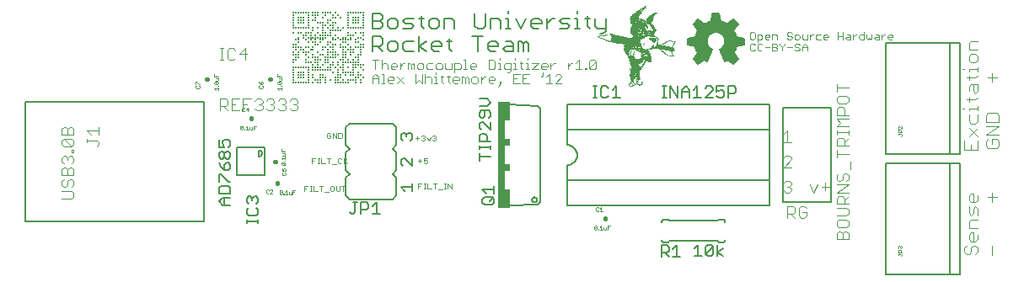
<source format=gto>
G75*
G70*
%OFA0B0*%
%FSLAX24Y24*%
%IPPOS*%
%LPD*%
%AMOC8*
5,1,8,0,0,1.08239X$1,22.5*
%
%ADD10C,0.0020*%
%ADD11C,0.0050*%
%ADD12C,0.0030*%
%ADD13R,0.0098X0.0098*%
%ADD14R,0.0060X0.0020*%
%ADD15R,0.0020X0.0020*%
%ADD16R,0.0100X0.0020*%
%ADD17R,0.0040X0.0020*%
%ADD18R,0.0080X0.0020*%
%ADD19R,0.0120X0.0020*%
%ADD20R,0.0140X0.0020*%
%ADD21R,0.0200X0.0020*%
%ADD22R,0.0160X0.0020*%
%ADD23R,0.0180X0.0020*%
%ADD24R,0.0220X0.0020*%
%ADD25R,0.0360X0.0020*%
%ADD26R,0.0340X0.0020*%
%ADD27R,0.0320X0.0020*%
%ADD28R,0.0420X0.0020*%
%ADD29R,0.0440X0.0020*%
%ADD30R,0.0400X0.0020*%
%ADD31R,0.0380X0.0020*%
%ADD32R,0.0300X0.0020*%
%ADD33R,0.0460X0.0020*%
%ADD34R,0.0480X0.0020*%
%ADD35R,0.0520X0.0020*%
%ADD36R,0.0540X0.0020*%
%ADD37R,0.0260X0.0020*%
%ADD38R,0.0580X0.0020*%
%ADD39R,0.0800X0.0020*%
%ADD40R,0.0280X0.0020*%
%ADD41R,0.0240X0.0020*%
%ADD42R,0.0500X0.0020*%
%ADD43R,0.0620X0.0020*%
%ADD44R,0.0760X0.0020*%
%ADD45R,0.0840X0.0020*%
%ADD46R,0.0780X0.0020*%
%ADD47R,0.0680X0.0020*%
%ADD48R,0.0660X0.0020*%
%ADD49R,0.0880X0.0020*%
%ADD50R,0.1080X0.0020*%
%ADD51R,0.1180X0.0020*%
%ADD52R,0.1240X0.0020*%
%ADD53R,0.1200X0.0020*%
%ADD54R,0.1100X0.0020*%
%ADD55R,0.1060X0.0020*%
%ADD56R,0.1040X0.0020*%
%ADD57R,0.1020X0.0020*%
%ADD58R,0.0700X0.0020*%
%ADD59R,0.0600X0.0020*%
%ADD60R,0.0560X0.0020*%
%ADD61C,0.0040*%
%ADD62C,0.0060*%
%ADD63C,0.0080*%
%ADD64C,0.0010*%
%ADD65C,0.0160*%
%ADD66R,0.0300X0.4200*%
%ADD67R,0.0200X0.0750*%
%ADD68R,0.0200X0.0300*%
D10*
X011191Y005091D02*
X011191Y005312D01*
X011338Y005312D01*
X011412Y005312D02*
X011485Y005312D01*
X011448Y005312D02*
X011448Y005091D01*
X011412Y005091D02*
X011485Y005091D01*
X011559Y005091D02*
X011706Y005091D01*
X011559Y005091D02*
X011559Y005312D01*
X011780Y005312D02*
X011927Y005312D01*
X011853Y005312D02*
X011853Y005091D01*
X012001Y005055D02*
X012148Y005055D01*
X012222Y005128D02*
X012222Y005275D01*
X012259Y005312D01*
X012332Y005312D01*
X012369Y005275D01*
X012369Y005128D01*
X012332Y005091D01*
X012259Y005091D01*
X012222Y005128D01*
X012443Y005128D02*
X012480Y005091D01*
X012553Y005091D01*
X012590Y005128D01*
X012590Y005312D01*
X012664Y005312D02*
X012811Y005312D01*
X012737Y005312D02*
X012737Y005091D01*
X012443Y005128D02*
X012443Y005312D01*
X011264Y005201D02*
X011191Y005201D01*
X012301Y006155D02*
X012448Y006155D01*
X012522Y006228D02*
X012559Y006191D01*
X012632Y006191D01*
X012669Y006228D01*
X012743Y006191D02*
X012743Y006412D01*
X012669Y006375D02*
X012632Y006412D01*
X012559Y006412D01*
X012522Y006375D01*
X012522Y006228D01*
X012743Y006265D02*
X012890Y006412D01*
X012780Y006301D02*
X012890Y006191D01*
X012227Y006412D02*
X012080Y006412D01*
X012153Y006412D02*
X012153Y006191D01*
X012006Y006191D02*
X011859Y006191D01*
X011859Y006412D01*
X011785Y006412D02*
X011712Y006412D01*
X011748Y006412D02*
X011748Y006191D01*
X011712Y006191D02*
X011785Y006191D01*
X011564Y006301D02*
X011491Y006301D01*
X011491Y006191D02*
X011491Y006412D01*
X011638Y006412D01*
X012127Y007191D02*
X012201Y007191D01*
X012238Y007228D01*
X012238Y007301D01*
X012164Y007301D01*
X012091Y007228D02*
X012127Y007191D01*
X012091Y007228D02*
X012091Y007375D01*
X012127Y007412D01*
X012201Y007412D01*
X012238Y007375D01*
X012312Y007412D02*
X012459Y007191D01*
X012459Y007412D01*
X012533Y007412D02*
X012643Y007412D01*
X012680Y007375D01*
X012680Y007228D01*
X012643Y007191D01*
X012533Y007191D01*
X012533Y007412D01*
X012312Y007412D02*
X012312Y007191D01*
X015591Y007201D02*
X015738Y007201D01*
X015812Y007128D02*
X015848Y007091D01*
X015922Y007091D01*
X015959Y007128D01*
X015959Y007165D01*
X015922Y007201D01*
X015885Y007201D01*
X015922Y007201D02*
X015959Y007238D01*
X015959Y007275D01*
X015922Y007312D01*
X015848Y007312D01*
X015812Y007275D01*
X015664Y007275D02*
X015664Y007128D01*
X016033Y007238D02*
X016106Y007091D01*
X016180Y007238D01*
X016254Y007275D02*
X016290Y007312D01*
X016364Y007312D01*
X016401Y007275D01*
X016401Y007238D01*
X016364Y007201D01*
X016401Y007165D01*
X016401Y007128D01*
X016364Y007091D01*
X016290Y007091D01*
X016254Y007128D01*
X016327Y007201D02*
X016364Y007201D01*
X016059Y006412D02*
X015912Y006412D01*
X015912Y006301D01*
X015985Y006338D01*
X016022Y006338D01*
X016059Y006301D01*
X016059Y006228D01*
X016022Y006191D01*
X015948Y006191D01*
X015912Y006228D01*
X015838Y006301D02*
X015691Y006301D01*
X015764Y006375D02*
X015764Y006228D01*
X015691Y005412D02*
X015838Y005412D01*
X015912Y005412D02*
X015985Y005412D01*
X015948Y005412D02*
X015948Y005191D01*
X015912Y005191D02*
X015985Y005191D01*
X016059Y005191D02*
X016206Y005191D01*
X016059Y005191D02*
X016059Y005412D01*
X016280Y005412D02*
X016427Y005412D01*
X016353Y005412D02*
X016353Y005191D01*
X016501Y005155D02*
X016648Y005155D01*
X016722Y005191D02*
X016795Y005191D01*
X016759Y005191D02*
X016759Y005412D01*
X016795Y005412D02*
X016722Y005412D01*
X016869Y005412D02*
X017016Y005191D01*
X017016Y005412D01*
X016869Y005412D02*
X016869Y005191D01*
X015764Y005301D02*
X015691Y005301D01*
X015691Y005191D02*
X015691Y005412D01*
D11*
X008905Y003979D02*
X008905Y003829D01*
X008905Y003904D02*
X009356Y003904D01*
X009356Y003829D02*
X009356Y003979D01*
X009281Y004136D02*
X009356Y004211D01*
X009356Y004361D01*
X009281Y004436D01*
X009281Y004596D02*
X009356Y004671D01*
X009356Y004821D01*
X009281Y004896D01*
X009206Y004896D01*
X009131Y004821D01*
X009131Y004746D01*
X009131Y004821D02*
X009056Y004896D01*
X008980Y004896D01*
X008905Y004821D01*
X008905Y004671D01*
X008980Y004596D01*
X008980Y004436D02*
X008905Y004361D01*
X008905Y004211D01*
X008980Y004136D01*
X009281Y004136D01*
X008256Y004544D02*
X007956Y004544D01*
X007805Y004694D01*
X007956Y004844D01*
X008256Y004844D01*
X008256Y005004D02*
X007805Y005004D01*
X007805Y005230D01*
X007880Y005305D01*
X008181Y005305D01*
X008256Y005230D01*
X008256Y005004D01*
X008031Y004844D02*
X008031Y004544D01*
X007230Y003919D02*
X000144Y003919D01*
X000144Y008644D01*
X007230Y008644D01*
X007230Y003919D01*
X007805Y005465D02*
X007805Y005765D01*
X007880Y005765D01*
X008181Y005465D01*
X008256Y005465D01*
X008181Y005925D02*
X008031Y005925D01*
X008031Y006150D01*
X008106Y006225D01*
X008181Y006225D01*
X008256Y006150D01*
X008256Y006000D01*
X008181Y005925D01*
X008031Y005925D02*
X007880Y006075D01*
X007805Y006225D01*
X007880Y006386D02*
X007956Y006386D01*
X008031Y006461D01*
X008031Y006611D01*
X008106Y006686D01*
X008181Y006686D01*
X008256Y006611D01*
X008256Y006461D01*
X008181Y006386D01*
X008106Y006386D01*
X008031Y006461D01*
X008031Y006611D02*
X007956Y006686D01*
X007880Y006686D01*
X007805Y006611D01*
X007805Y006461D01*
X007880Y006386D01*
X007805Y006846D02*
X008031Y006846D01*
X007956Y006996D01*
X007956Y007071D01*
X008031Y007146D01*
X008181Y007146D01*
X008256Y007071D01*
X008256Y006921D01*
X008181Y006846D01*
X007805Y006846D02*
X007805Y007146D01*
X015005Y007181D02*
X015005Y007332D01*
X015080Y007407D01*
X015156Y007407D01*
X015231Y007332D01*
X015306Y007407D01*
X015381Y007407D01*
X015456Y007332D01*
X015456Y007181D01*
X015381Y007106D01*
X015231Y007257D02*
X015231Y007332D01*
X015080Y007106D02*
X015005Y007181D01*
X015080Y006407D02*
X015005Y006332D01*
X015005Y006181D01*
X015080Y006106D01*
X015156Y006407D02*
X015456Y006106D01*
X015456Y006407D01*
X015156Y006407D02*
X015080Y006407D01*
X015456Y005407D02*
X015456Y005106D01*
X015456Y005257D02*
X015005Y005257D01*
X015156Y005106D01*
X014045Y004657D02*
X014045Y004206D01*
X013895Y004206D02*
X014196Y004206D01*
X013735Y004432D02*
X013660Y004357D01*
X013435Y004357D01*
X013435Y004206D02*
X013435Y004657D01*
X013660Y004657D01*
X013735Y004582D01*
X013735Y004432D01*
X013895Y004507D02*
X014045Y004657D01*
X013275Y004657D02*
X013125Y004657D01*
X013200Y004657D02*
X013200Y004281D01*
X013125Y004206D01*
X013050Y004206D01*
X012975Y004281D01*
X018235Y004631D02*
X018235Y004782D01*
X018310Y004857D01*
X018611Y004857D01*
X018686Y004782D01*
X018686Y004631D01*
X018611Y004556D01*
X018310Y004556D01*
X018235Y004631D01*
X018536Y004707D02*
X018686Y004857D01*
X018686Y005017D02*
X018686Y005317D01*
X018686Y005167D02*
X018235Y005167D01*
X018386Y005017D01*
X019281Y004531D02*
X020431Y004581D01*
X020531Y004681D01*
X020531Y008381D01*
X020431Y008481D01*
X019281Y008531D01*
X018556Y008605D02*
X018406Y008755D01*
X018105Y008755D01*
X018406Y008455D02*
X018556Y008605D01*
X018406Y008455D02*
X018105Y008455D01*
X018180Y008295D02*
X018105Y008220D01*
X018105Y008069D01*
X018180Y007994D01*
X018256Y007994D01*
X018331Y008069D01*
X018331Y008295D01*
X018481Y008295D02*
X018180Y008295D01*
X018481Y008295D02*
X018556Y008220D01*
X018556Y008069D01*
X018481Y007994D01*
X018556Y007834D02*
X018556Y007534D01*
X018256Y007834D01*
X018180Y007834D01*
X018105Y007759D01*
X018105Y007609D01*
X018180Y007534D01*
X018180Y007374D02*
X018331Y007374D01*
X018406Y007299D01*
X018406Y007074D01*
X018556Y007074D02*
X018105Y007074D01*
X018105Y007299D01*
X018180Y007374D01*
X018105Y006917D02*
X018105Y006767D01*
X018105Y006842D02*
X018556Y006842D01*
X018556Y006767D02*
X018556Y006917D01*
X018105Y006607D02*
X018105Y006306D01*
X018105Y006457D02*
X018556Y006457D01*
X020191Y004761D02*
X020193Y004781D01*
X020199Y004799D01*
X020208Y004817D01*
X020220Y004832D01*
X020235Y004844D01*
X020253Y004853D01*
X020271Y004859D01*
X020291Y004861D01*
X020311Y004859D01*
X020329Y004853D01*
X020347Y004844D01*
X020362Y004832D01*
X020374Y004817D01*
X020383Y004799D01*
X020389Y004781D01*
X020391Y004761D01*
X020389Y004741D01*
X020383Y004723D01*
X020374Y004705D01*
X020362Y004690D01*
X020347Y004678D01*
X020329Y004669D01*
X020311Y004663D01*
X020291Y004661D01*
X020271Y004663D01*
X020253Y004669D01*
X020235Y004678D01*
X020220Y004690D01*
X020208Y004705D01*
X020199Y004723D01*
X020193Y004741D01*
X020191Y004761D01*
X025306Y002957D02*
X025531Y002957D01*
X025606Y002882D01*
X025606Y002732D01*
X025531Y002657D01*
X025306Y002657D01*
X025456Y002657D02*
X025606Y002506D01*
X025766Y002506D02*
X026066Y002506D01*
X025916Y002506D02*
X025916Y002957D01*
X025766Y002807D01*
X025306Y002957D02*
X025306Y002506D01*
X026606Y002536D02*
X026906Y002536D01*
X026756Y002536D02*
X026756Y002987D01*
X026606Y002837D01*
X027066Y002912D02*
X027141Y002987D01*
X027291Y002987D01*
X027366Y002912D01*
X027066Y002611D01*
X027141Y002536D01*
X027291Y002536D01*
X027366Y002611D01*
X027366Y002912D01*
X027526Y002987D02*
X027526Y002536D01*
X027526Y002687D02*
X027752Y002837D01*
X027526Y002687D02*
X027752Y002536D01*
X027066Y002611D02*
X027066Y002912D01*
X030131Y004656D02*
X032031Y004656D01*
X032031Y008406D01*
X030131Y008406D01*
X030131Y004656D01*
X027964Y008806D02*
X027964Y009257D01*
X028190Y009257D01*
X028265Y009182D01*
X028265Y009032D01*
X028190Y008957D01*
X027964Y008957D01*
X027804Y009032D02*
X027804Y008881D01*
X027729Y008806D01*
X027579Y008806D01*
X027504Y008881D01*
X027504Y009032D02*
X027654Y009107D01*
X027729Y009107D01*
X027804Y009032D01*
X027804Y009257D02*
X027504Y009257D01*
X027504Y009032D01*
X027344Y009107D02*
X027344Y009182D01*
X027269Y009257D01*
X027119Y009257D01*
X027044Y009182D01*
X027344Y009107D02*
X027044Y008806D01*
X027344Y008806D01*
X026884Y008806D02*
X026583Y008806D01*
X026734Y008806D02*
X026734Y009257D01*
X026583Y009107D01*
X026423Y009107D02*
X026423Y008806D01*
X026123Y008806D02*
X026123Y009107D01*
X026273Y009257D01*
X026423Y009107D01*
X026423Y009032D02*
X026123Y009032D01*
X025963Y008806D02*
X025963Y009257D01*
X025663Y009257D02*
X025963Y008806D01*
X025663Y008806D02*
X025663Y009257D01*
X025506Y009257D02*
X025356Y009257D01*
X025431Y009257D02*
X025431Y008806D01*
X025356Y008806D02*
X025506Y008806D01*
X023673Y008806D02*
X023373Y008806D01*
X023523Y008806D02*
X023523Y009257D01*
X023373Y009107D01*
X023213Y009182D02*
X023138Y009257D01*
X022988Y009257D01*
X022913Y009182D01*
X022913Y008881D01*
X022988Y008806D01*
X023138Y008806D01*
X023213Y008881D01*
X022756Y008806D02*
X022606Y008806D01*
X022681Y008806D02*
X022681Y009257D01*
X022606Y009257D02*
X022756Y009257D01*
X020066Y010636D02*
X020066Y010942D01*
X019964Y011043D01*
X019863Y010942D01*
X019863Y010636D01*
X019659Y010636D02*
X019659Y011043D01*
X019761Y011043D01*
X019863Y010942D01*
X019458Y010942D02*
X019458Y010636D01*
X019153Y010636D01*
X019051Y010738D01*
X019153Y010840D01*
X019458Y010840D01*
X019458Y010942D02*
X019357Y011043D01*
X019153Y011043D01*
X018851Y010942D02*
X018851Y010840D01*
X018444Y010840D01*
X018444Y010738D02*
X018444Y010942D01*
X018545Y011043D01*
X018749Y011043D01*
X018851Y010942D01*
X018545Y010636D02*
X018444Y010738D01*
X018545Y010636D02*
X018749Y010636D01*
X018039Y010636D02*
X018039Y011247D01*
X017836Y011247D02*
X018243Y011247D01*
X018242Y011536D02*
X018344Y011638D01*
X018344Y012147D01*
X017937Y012147D02*
X017937Y011638D01*
X018039Y011536D01*
X018242Y011536D01*
X018545Y011536D02*
X018545Y011943D01*
X018850Y011943D01*
X018952Y011842D01*
X018952Y011536D01*
X019153Y011536D02*
X019356Y011536D01*
X019254Y011536D02*
X019254Y011943D01*
X019153Y011943D01*
X019558Y011943D02*
X019761Y011536D01*
X019965Y011943D01*
X020165Y011842D02*
X020267Y011943D01*
X020471Y011943D01*
X020572Y011842D01*
X020572Y011740D01*
X020165Y011740D01*
X020165Y011638D02*
X020165Y011842D01*
X020165Y011638D02*
X020267Y011536D01*
X020471Y011536D01*
X020773Y011536D02*
X020773Y011943D01*
X020773Y011740D02*
X020977Y011943D01*
X021078Y011943D01*
X021280Y011842D02*
X021381Y011740D01*
X021585Y011740D01*
X021687Y011638D01*
X021585Y011536D01*
X021280Y011536D01*
X021887Y011536D02*
X022091Y011536D01*
X021989Y011536D02*
X021989Y011943D01*
X021887Y011943D01*
X021687Y011943D02*
X021381Y011943D01*
X021280Y011842D01*
X021989Y012147D02*
X021989Y012249D01*
X022394Y012045D02*
X022394Y011638D01*
X022496Y011536D01*
X022698Y011638D02*
X022799Y011536D01*
X023105Y011536D01*
X023105Y011435D02*
X023003Y011333D01*
X022901Y011333D01*
X023105Y011435D02*
X023105Y011943D01*
X022698Y011943D02*
X022698Y011638D01*
X022496Y011943D02*
X022292Y011943D01*
X019254Y012147D02*
X019254Y012249D01*
X017129Y011842D02*
X017129Y011536D01*
X016722Y011536D02*
X016722Y011943D01*
X017027Y011943D01*
X017129Y011842D01*
X016521Y011842D02*
X016521Y011638D01*
X016419Y011536D01*
X016216Y011536D01*
X016114Y011638D01*
X016114Y011842D01*
X016216Y011943D01*
X016419Y011943D01*
X016521Y011842D01*
X015912Y011943D02*
X015709Y011943D01*
X015811Y012045D02*
X015811Y011638D01*
X015912Y011536D01*
X015508Y011638D02*
X015406Y011740D01*
X015203Y011740D01*
X015101Y011842D01*
X015203Y011943D01*
X015508Y011943D01*
X015508Y011638D02*
X015406Y011536D01*
X015101Y011536D01*
X014901Y011638D02*
X014901Y011842D01*
X014799Y011943D01*
X014595Y011943D01*
X014494Y011842D01*
X014494Y011638D01*
X014595Y011536D01*
X014799Y011536D01*
X014901Y011638D01*
X014293Y011638D02*
X014293Y011740D01*
X014191Y011842D01*
X013886Y011842D01*
X014191Y011842D02*
X014293Y011943D01*
X014293Y012045D01*
X014191Y012147D01*
X013886Y012147D01*
X013886Y011536D01*
X014191Y011536D01*
X014293Y011638D01*
X014191Y011247D02*
X014293Y011145D01*
X014293Y010942D01*
X014191Y010840D01*
X013886Y010840D01*
X014089Y010840D02*
X014293Y010636D01*
X014494Y010738D02*
X014595Y010636D01*
X014799Y010636D01*
X014901Y010738D01*
X014901Y010942D01*
X014799Y011043D01*
X014595Y011043D01*
X014494Y010942D01*
X014494Y010738D01*
X013886Y010636D02*
X013886Y011247D01*
X014191Y011247D01*
X015101Y010942D02*
X015101Y010738D01*
X015203Y010636D01*
X015508Y010636D01*
X015709Y010636D02*
X015709Y011247D01*
X015508Y011043D02*
X015203Y011043D01*
X015101Y010942D01*
X015709Y010840D02*
X016014Y011043D01*
X016215Y010942D02*
X016317Y011043D01*
X016521Y011043D01*
X016622Y010942D01*
X016622Y010840D01*
X016215Y010840D01*
X016215Y010738D02*
X016215Y010942D01*
X016014Y010636D02*
X015709Y010840D01*
X016215Y010738D02*
X016317Y010636D01*
X016521Y010636D01*
X016925Y010738D02*
X017027Y010636D01*
X016925Y010738D02*
X016925Y011145D01*
X016823Y011043D02*
X017027Y011043D01*
D12*
X017497Y010297D02*
X017559Y010297D01*
X017559Y009926D01*
X017497Y009926D02*
X017621Y009926D01*
X017743Y009988D02*
X017743Y010112D01*
X017805Y010173D01*
X017928Y010173D01*
X017990Y010112D01*
X017990Y010050D01*
X017743Y010050D01*
X017743Y009988D02*
X017805Y009926D01*
X017928Y009926D01*
X018480Y009926D02*
X018665Y009926D01*
X018726Y009988D01*
X018726Y010235D01*
X018665Y010297D01*
X018480Y010297D01*
X018480Y009926D01*
X018848Y009926D02*
X018971Y009926D01*
X018910Y009926D02*
X018910Y010173D01*
X018848Y010173D01*
X018910Y010297D02*
X018910Y010358D01*
X019093Y010112D02*
X019155Y010173D01*
X019340Y010173D01*
X019340Y009865D01*
X019279Y009803D01*
X019217Y009803D01*
X019155Y009926D02*
X019340Y009926D01*
X019462Y009926D02*
X019585Y009926D01*
X019523Y009926D02*
X019523Y010173D01*
X019462Y010173D01*
X019523Y010297D02*
X019523Y010358D01*
X019707Y010173D02*
X019831Y010173D01*
X019769Y010235D02*
X019769Y009988D01*
X019831Y009926D01*
X019953Y009926D02*
X020076Y009926D01*
X020014Y009926D02*
X020014Y010173D01*
X019953Y010173D01*
X020014Y010297D02*
X020014Y010358D01*
X020198Y010173D02*
X020445Y010173D01*
X020198Y009926D01*
X020445Y009926D01*
X020567Y009988D02*
X020567Y010112D01*
X020628Y010173D01*
X020752Y010173D01*
X020813Y010112D01*
X020813Y010050D01*
X020567Y010050D01*
X020567Y009988D02*
X020628Y009926D01*
X020752Y009926D01*
X020628Y009808D02*
X020628Y009685D01*
X020567Y009623D01*
X020751Y009623D02*
X020874Y009747D01*
X020874Y009376D01*
X020751Y009376D02*
X020998Y009376D01*
X021119Y009376D02*
X021366Y009623D01*
X021366Y009685D01*
X021304Y009747D01*
X021181Y009747D01*
X021119Y009685D01*
X020935Y009926D02*
X020935Y010173D01*
X020935Y010050D02*
X021058Y010173D01*
X021120Y010173D01*
X021610Y010173D02*
X021610Y009926D01*
X021610Y010050D02*
X021733Y010173D01*
X021795Y010173D01*
X021917Y010173D02*
X022040Y010297D01*
X022040Y009926D01*
X021917Y009926D02*
X022164Y009926D01*
X022285Y009926D02*
X022347Y009926D01*
X022347Y009988D01*
X022285Y009988D01*
X022285Y009926D01*
X022469Y009988D02*
X022716Y010235D01*
X022716Y009988D01*
X022655Y009926D01*
X022531Y009926D01*
X022469Y009988D01*
X022469Y010235D01*
X022531Y010297D01*
X022655Y010297D01*
X022716Y010235D01*
X020077Y009747D02*
X019830Y009747D01*
X019830Y009376D01*
X020077Y009376D01*
X019708Y009376D02*
X019462Y009376D01*
X019462Y009747D01*
X019708Y009747D01*
X019830Y009562D02*
X019953Y009562D01*
X019585Y009562D02*
X019462Y009562D01*
X018971Y009438D02*
X018909Y009438D01*
X018909Y009376D01*
X018971Y009376D01*
X018971Y009438D01*
X018971Y009376D02*
X018848Y009253D01*
X018665Y009376D02*
X018541Y009376D01*
X018479Y009438D01*
X018479Y009562D01*
X018541Y009623D01*
X018665Y009623D01*
X018726Y009562D01*
X018726Y009500D01*
X018479Y009500D01*
X018358Y009623D02*
X018296Y009623D01*
X018173Y009500D01*
X018173Y009623D02*
X018173Y009376D01*
X018051Y009438D02*
X017989Y009376D01*
X017866Y009376D01*
X017804Y009438D01*
X017804Y009562D01*
X017866Y009623D01*
X017989Y009623D01*
X018051Y009562D01*
X018051Y009438D01*
X017683Y009376D02*
X017683Y009562D01*
X017621Y009623D01*
X017559Y009562D01*
X017559Y009376D01*
X017436Y009376D02*
X017436Y009623D01*
X017498Y009623D01*
X017559Y009562D01*
X017315Y009562D02*
X017315Y009500D01*
X017068Y009500D01*
X017068Y009438D02*
X017068Y009562D01*
X017129Y009623D01*
X017253Y009623D01*
X017315Y009562D01*
X017129Y009376D02*
X017068Y009438D01*
X017129Y009376D02*
X017253Y009376D01*
X016946Y009376D02*
X016884Y009438D01*
X016884Y009685D01*
X016822Y009623D02*
X016946Y009623D01*
X016700Y009623D02*
X016577Y009623D01*
X016638Y009685D02*
X016638Y009438D01*
X016700Y009376D01*
X016455Y009376D02*
X016331Y009376D01*
X016393Y009376D02*
X016393Y009623D01*
X016331Y009623D01*
X016210Y009562D02*
X016210Y009376D01*
X015963Y009376D02*
X015963Y009747D01*
X015841Y009747D02*
X015841Y009376D01*
X015718Y009500D01*
X015595Y009376D01*
X015595Y009747D01*
X015963Y009562D02*
X016025Y009623D01*
X016148Y009623D01*
X016210Y009562D01*
X016393Y009747D02*
X016393Y009808D01*
X016454Y009926D02*
X016393Y009988D01*
X016393Y010112D01*
X016454Y010173D01*
X016578Y010173D01*
X016639Y010112D01*
X016639Y009988D01*
X016578Y009926D01*
X016454Y009926D01*
X016271Y009926D02*
X016086Y009926D01*
X016024Y009988D01*
X016024Y010112D01*
X016086Y010173D01*
X016271Y010173D01*
X015903Y010112D02*
X015841Y010173D01*
X015718Y010173D01*
X015656Y010112D01*
X015656Y009988D01*
X015718Y009926D01*
X015841Y009926D01*
X015903Y009988D01*
X015903Y010112D01*
X015534Y010112D02*
X015534Y009926D01*
X015411Y009926D02*
X015411Y010112D01*
X015473Y010173D01*
X015534Y010112D01*
X015411Y010112D02*
X015349Y010173D01*
X015288Y010173D01*
X015288Y009926D01*
X014981Y009926D02*
X014981Y010173D01*
X014981Y010050D02*
X015104Y010173D01*
X015166Y010173D01*
X014859Y010112D02*
X014859Y010050D01*
X014612Y010050D01*
X014612Y010112D02*
X014674Y010173D01*
X014798Y010173D01*
X014859Y010112D01*
X014798Y009926D02*
X014674Y009926D01*
X014612Y009988D01*
X014612Y010112D01*
X014491Y010112D02*
X014491Y009926D01*
X014491Y010112D02*
X014429Y010173D01*
X014306Y010173D01*
X014244Y010112D01*
X014244Y010297D02*
X014244Y009926D01*
X013999Y009926D02*
X013999Y010297D01*
X013876Y010297D02*
X014123Y010297D01*
X014244Y009747D02*
X014306Y009747D01*
X014306Y009376D01*
X014244Y009376D02*
X014368Y009376D01*
X014490Y009438D02*
X014551Y009376D01*
X014675Y009376D01*
X014736Y009500D02*
X014490Y009500D01*
X014490Y009438D02*
X014490Y009562D01*
X014551Y009623D01*
X014675Y009623D01*
X014736Y009562D01*
X014736Y009500D01*
X014858Y009623D02*
X015105Y009376D01*
X014858Y009376D02*
X015105Y009623D01*
X014123Y009623D02*
X014123Y009376D01*
X013876Y009376D02*
X013876Y009623D01*
X013999Y009747D01*
X014123Y009623D01*
X014123Y009562D02*
X013876Y009562D01*
X016761Y009988D02*
X016823Y009926D01*
X017008Y009926D01*
X017008Y010173D01*
X017129Y010173D02*
X017314Y010173D01*
X017376Y010112D01*
X017376Y009988D01*
X017314Y009926D01*
X017129Y009926D01*
X017129Y009803D02*
X017129Y010173D01*
X016761Y010173D02*
X016761Y009988D01*
X019093Y009988D02*
X019155Y009926D01*
X019093Y009988D02*
X019093Y010112D01*
X021119Y009376D02*
X021366Y009376D01*
X028816Y010705D02*
X028864Y010656D01*
X028961Y010656D01*
X029009Y010705D01*
X029110Y010705D02*
X029159Y010656D01*
X029256Y010656D01*
X029304Y010705D01*
X029405Y010802D02*
X029599Y010802D01*
X029700Y010802D02*
X029845Y010802D01*
X029893Y010753D01*
X029893Y010705D01*
X029845Y010656D01*
X029700Y010656D01*
X029700Y010947D01*
X029845Y010947D01*
X029893Y010898D01*
X029893Y010850D01*
X029845Y010802D01*
X029994Y010898D02*
X030091Y010802D01*
X030091Y010656D01*
X030091Y010802D02*
X030188Y010898D01*
X030188Y010947D01*
X029994Y010947D02*
X029994Y010898D01*
X030289Y010802D02*
X030482Y010802D01*
X030584Y010850D02*
X030632Y010802D01*
X030729Y010802D01*
X030777Y010753D01*
X030777Y010705D01*
X030729Y010656D01*
X030632Y010656D01*
X030584Y010705D01*
X030584Y010850D02*
X030584Y010898D01*
X030632Y010947D01*
X030729Y010947D01*
X030777Y010898D01*
X030878Y010850D02*
X030975Y010947D01*
X031072Y010850D01*
X031072Y010656D01*
X031072Y010802D02*
X030878Y010802D01*
X030878Y010850D02*
X030878Y010656D01*
X030927Y011106D02*
X031072Y011106D01*
X031072Y011300D01*
X031173Y011300D02*
X031173Y011106D01*
X031173Y011203D02*
X031270Y011300D01*
X031318Y011300D01*
X031418Y011252D02*
X031418Y011155D01*
X031467Y011106D01*
X031612Y011106D01*
X031713Y011155D02*
X031713Y011252D01*
X031761Y011300D01*
X031858Y011300D01*
X031907Y011252D01*
X031907Y011203D01*
X031713Y011203D01*
X031713Y011155D02*
X031761Y011106D01*
X031858Y011106D01*
X031612Y011300D02*
X031467Y011300D01*
X031418Y011252D01*
X030927Y011106D02*
X030878Y011155D01*
X030878Y011300D01*
X030777Y011252D02*
X030777Y011155D01*
X030729Y011106D01*
X030632Y011106D01*
X030584Y011155D01*
X030584Y011252D01*
X030632Y011300D01*
X030729Y011300D01*
X030777Y011252D01*
X030482Y011203D02*
X030482Y011155D01*
X030434Y011106D01*
X030337Y011106D01*
X030289Y011155D01*
X030337Y011252D02*
X030434Y011252D01*
X030482Y011203D01*
X030482Y011348D02*
X030434Y011397D01*
X030337Y011397D01*
X030289Y011348D01*
X030289Y011300D01*
X030337Y011252D01*
X029893Y011252D02*
X029893Y011106D01*
X029893Y011252D02*
X029845Y011300D01*
X029700Y011300D01*
X029700Y011106D01*
X029599Y011203D02*
X029405Y011203D01*
X029405Y011155D02*
X029405Y011252D01*
X029453Y011300D01*
X029550Y011300D01*
X029599Y011252D01*
X029599Y011203D01*
X029550Y011106D02*
X029453Y011106D01*
X029405Y011155D01*
X029304Y011155D02*
X029256Y011106D01*
X029110Y011106D01*
X029110Y011010D02*
X029110Y011300D01*
X029256Y011300D01*
X029304Y011252D01*
X029304Y011155D01*
X029256Y010947D02*
X029159Y010947D01*
X029110Y010898D01*
X029110Y010705D01*
X029009Y010898D02*
X028961Y010947D01*
X028864Y010947D01*
X028816Y010898D01*
X028816Y010705D01*
X029256Y010947D02*
X029304Y010898D01*
X029009Y011155D02*
X029009Y011348D01*
X028961Y011397D01*
X028864Y011397D01*
X028816Y011348D01*
X028816Y011155D01*
X028864Y011106D01*
X028961Y011106D01*
X029009Y011155D01*
X032302Y011106D02*
X032302Y011397D01*
X032302Y011252D02*
X032496Y011252D01*
X032597Y011155D02*
X032645Y011203D01*
X032791Y011203D01*
X032791Y011252D02*
X032791Y011106D01*
X032645Y011106D01*
X032597Y011155D01*
X032496Y011106D02*
X032496Y011397D01*
X032645Y011300D02*
X032742Y011300D01*
X032791Y011252D01*
X032892Y011300D02*
X032892Y011106D01*
X032892Y011203D02*
X032988Y011300D01*
X033037Y011300D01*
X033137Y011252D02*
X033186Y011300D01*
X033331Y011300D01*
X033331Y011397D02*
X033331Y011106D01*
X033186Y011106D01*
X033137Y011155D01*
X033137Y011252D01*
X033432Y011300D02*
X033432Y011155D01*
X033480Y011106D01*
X033529Y011155D01*
X033577Y011106D01*
X033625Y011155D01*
X033625Y011300D01*
X033775Y011300D02*
X033872Y011300D01*
X033920Y011252D01*
X033920Y011106D01*
X033775Y011106D01*
X033726Y011155D01*
X033775Y011203D01*
X033920Y011203D01*
X034021Y011203D02*
X034118Y011300D01*
X034166Y011300D01*
X034267Y011252D02*
X034315Y011300D01*
X034412Y011300D01*
X034460Y011252D01*
X034460Y011203D01*
X034267Y011203D01*
X034267Y011155D02*
X034267Y011252D01*
X034267Y011155D02*
X034315Y011106D01*
X034412Y011106D01*
X034021Y011106D02*
X034021Y011300D01*
D13*
X013506Y011286D03*
X013506Y011385D03*
X013407Y011385D03*
X013211Y011385D03*
X013112Y011286D03*
X013014Y011286D03*
X013014Y011188D03*
X013014Y011090D03*
X012915Y011090D03*
X012817Y011090D03*
X012817Y011188D03*
X012719Y011188D03*
X012719Y011090D03*
X012719Y010991D03*
X012817Y010991D03*
X012915Y010893D03*
X012817Y010794D03*
X012719Y010794D03*
X012719Y010696D03*
X012719Y010597D03*
X012817Y010597D03*
X012817Y010499D03*
X012817Y010401D03*
X012719Y010401D03*
X012719Y010499D03*
X012719Y010302D03*
X012719Y010204D03*
X012817Y010204D03*
X012915Y010204D03*
X012915Y010302D03*
X013014Y010204D03*
X013112Y010204D03*
X013112Y010302D03*
X013211Y010204D03*
X013309Y010204D03*
X013309Y010302D03*
X013309Y010401D03*
X013309Y010499D03*
X013407Y010499D03*
X013407Y010597D03*
X013407Y010696D03*
X013407Y010794D03*
X013309Y010794D03*
X013211Y010794D03*
X013112Y010696D03*
X013014Y010696D03*
X013014Y010794D03*
X012915Y010696D03*
X013014Y010597D03*
X013014Y010499D03*
X013112Y010597D03*
X013506Y010794D03*
X013506Y010893D03*
X013407Y010893D03*
X013309Y010991D03*
X013211Y010991D03*
X013211Y011090D03*
X013309Y011188D03*
X013407Y011188D03*
X013506Y011090D03*
X012915Y011286D03*
X012915Y011385D03*
X012915Y011582D03*
X012915Y011680D03*
X012915Y011779D03*
X012915Y011877D03*
X012915Y011975D03*
X012915Y012074D03*
X012915Y012172D03*
X013014Y012172D03*
X013112Y012172D03*
X013211Y012172D03*
X013309Y012172D03*
X013407Y012172D03*
X013506Y012172D03*
X013506Y012074D03*
X013506Y011975D03*
X013506Y011877D03*
X013506Y011779D03*
X013506Y011680D03*
X013506Y011582D03*
X013407Y011582D03*
X013309Y011582D03*
X013211Y011582D03*
X013112Y011582D03*
X013014Y011582D03*
X012719Y011582D03*
X012620Y011483D03*
X012522Y011483D03*
X012522Y011582D03*
X012423Y011483D03*
X012325Y011483D03*
X012226Y011483D03*
X012226Y011385D03*
X012226Y011286D03*
X012128Y011286D03*
X012030Y011286D03*
X012030Y011188D03*
X011931Y011188D03*
X011833Y011188D03*
X011833Y011286D03*
X011931Y011286D03*
X011931Y011385D03*
X011931Y011483D03*
X011931Y011582D03*
X011931Y011680D03*
X011931Y011779D03*
X011833Y011779D03*
X011734Y011779D03*
X011636Y011877D03*
X011636Y011975D03*
X011636Y012074D03*
X011636Y012172D03*
X011734Y012172D03*
X011734Y012074D03*
X011537Y012074D03*
X011537Y012172D03*
X011341Y012172D03*
X011341Y012074D03*
X011341Y011975D03*
X011341Y011877D03*
X011341Y011779D03*
X011341Y011680D03*
X011341Y011582D03*
X011242Y011582D03*
X011144Y011582D03*
X011045Y011582D03*
X010947Y011582D03*
X010848Y011582D03*
X010750Y011582D03*
X010750Y011680D03*
X010750Y011779D03*
X010750Y011877D03*
X010750Y011975D03*
X010750Y012074D03*
X010750Y012172D03*
X010848Y012172D03*
X010947Y012172D03*
X011045Y012172D03*
X011144Y012172D03*
X011242Y012172D03*
X011144Y011975D03*
X011144Y011877D03*
X011144Y011779D03*
X011045Y011779D03*
X011045Y011877D03*
X010947Y011877D03*
X010947Y011975D03*
X011045Y011975D03*
X011537Y011877D03*
X011931Y011975D03*
X012030Y012074D03*
X012030Y012172D03*
X012128Y012172D03*
X012226Y012172D03*
X012325Y012074D03*
X012325Y011975D03*
X012423Y011975D03*
X012522Y012074D03*
X012620Y011975D03*
X012423Y012172D03*
X011931Y012172D03*
X012128Y011877D03*
X012226Y011877D03*
X012128Y011779D03*
X012226Y011680D03*
X012325Y011680D03*
X012325Y011582D03*
X012128Y011582D03*
X012030Y011680D03*
X012325Y011779D03*
X012423Y011779D03*
X013112Y011779D03*
X013112Y011877D03*
X013112Y011975D03*
X013211Y011975D03*
X013309Y011975D03*
X013309Y011877D03*
X013211Y011877D03*
X013211Y011779D03*
X013309Y011779D03*
X012030Y011385D03*
X011734Y011385D03*
X011636Y011286D03*
X011636Y011188D03*
X011734Y011188D03*
X011636Y011090D03*
X011636Y010991D03*
X011636Y010893D03*
X011734Y010893D03*
X011833Y010991D03*
X011833Y011090D03*
X011931Y011090D03*
X012128Y010991D03*
X012128Y010893D03*
X012226Y010991D03*
X012325Y010893D03*
X012423Y010893D03*
X012325Y010794D03*
X012325Y010696D03*
X012325Y010597D03*
X012325Y010499D03*
X012423Y010499D03*
X012423Y010597D03*
X012522Y010499D03*
X012423Y010401D03*
X012325Y010401D03*
X012226Y010401D03*
X012128Y010401D03*
X012128Y010499D03*
X012128Y010597D03*
X012226Y010597D03*
X012128Y010696D03*
X012226Y010794D03*
X012030Y010794D03*
X011931Y010794D03*
X011931Y010696D03*
X011734Y010597D03*
X011833Y010499D03*
X011931Y010499D03*
X012030Y010401D03*
X012030Y010302D03*
X012128Y010302D03*
X012128Y010204D03*
X012030Y010204D03*
X011931Y010105D03*
X011833Y010007D03*
X011833Y009908D03*
X011931Y009908D03*
X012030Y009908D03*
X012128Y009908D03*
X012226Y009908D03*
X012226Y010007D03*
X012128Y010007D03*
X012226Y010105D03*
X012325Y010105D03*
X012325Y010204D03*
X012522Y010204D03*
X012522Y010105D03*
X012620Y010007D03*
X012719Y010007D03*
X012719Y010105D03*
X012915Y010007D03*
X012915Y009810D03*
X012817Y009810D03*
X012817Y009712D03*
X012719Y009810D03*
X012719Y009908D03*
X012522Y009908D03*
X012522Y009810D03*
X012522Y009712D03*
X012620Y009712D03*
X012620Y009613D03*
X012522Y009613D03*
X012522Y009515D03*
X012522Y009416D03*
X012620Y009416D03*
X012719Y009416D03*
X012817Y009416D03*
X012915Y009416D03*
X012915Y009515D03*
X013014Y009515D03*
X013112Y009515D03*
X013211Y009515D03*
X013211Y009613D03*
X013309Y009613D03*
X013309Y009712D03*
X013309Y009810D03*
X013407Y009712D03*
X013506Y009613D03*
X013407Y009515D03*
X013407Y009416D03*
X013211Y009416D03*
X012719Y009515D03*
X012423Y009515D03*
X012423Y009613D03*
X012423Y009416D03*
X012226Y009515D03*
X012030Y009515D03*
X012030Y009613D03*
X011931Y009613D03*
X011833Y009613D03*
X011833Y009515D03*
X011833Y009416D03*
X011734Y009416D03*
X011734Y009515D03*
X011636Y009515D03*
X011537Y009613D03*
X011537Y009712D03*
X011537Y009908D03*
X011636Y009908D03*
X011734Y009908D03*
X011734Y010007D03*
X011636Y010007D03*
X011537Y010007D03*
X011537Y010105D03*
X011439Y010204D03*
X011341Y010204D03*
X011242Y010204D03*
X011242Y010302D03*
X011341Y010401D03*
X011242Y010499D03*
X011242Y010597D03*
X011144Y010597D03*
X011144Y010696D03*
X011045Y010696D03*
X011045Y010794D03*
X010947Y010794D03*
X010848Y010794D03*
X010750Y010794D03*
X010750Y010893D03*
X010848Y010893D03*
X010947Y010991D03*
X010947Y011090D03*
X010947Y011188D03*
X010848Y011090D03*
X011144Y011188D03*
X011144Y011286D03*
X011242Y011286D03*
X011242Y011385D03*
X011341Y011385D03*
X011439Y011385D03*
X011439Y011286D03*
X011439Y011188D03*
X011537Y011188D03*
X011439Y011090D03*
X011341Y011188D03*
X011242Y011090D03*
X011341Y010991D03*
X011537Y010991D03*
X011537Y010794D03*
X011537Y010696D03*
X011439Y010696D03*
X011341Y010794D03*
X011242Y010794D03*
X011341Y010597D03*
X011537Y010499D03*
X011537Y010401D03*
X011636Y010401D03*
X011734Y010401D03*
X011734Y010302D03*
X011636Y010302D03*
X011636Y010204D03*
X011734Y010204D03*
X011734Y010105D03*
X011341Y010007D03*
X011341Y009908D03*
X011341Y009810D03*
X011341Y009712D03*
X011341Y009613D03*
X011341Y009515D03*
X011341Y009416D03*
X011242Y009416D03*
X011144Y009416D03*
X011045Y009416D03*
X010947Y009416D03*
X010848Y009416D03*
X010750Y009416D03*
X010750Y009515D03*
X010750Y009613D03*
X010750Y009712D03*
X010750Y009810D03*
X010750Y009908D03*
X010750Y010007D03*
X010848Y010007D03*
X010947Y010007D03*
X011045Y010007D03*
X011144Y010007D03*
X011242Y010007D03*
X011144Y009810D03*
X011144Y009712D03*
X011045Y009712D03*
X011045Y009810D03*
X010947Y009810D03*
X010947Y009712D03*
X010947Y009613D03*
X011045Y009613D03*
X011144Y009613D03*
X011537Y009416D03*
X012030Y009416D03*
X011931Y009712D03*
X011833Y009712D03*
X012325Y009810D03*
X012423Y010007D03*
X013014Y009810D03*
X013112Y009810D03*
X013112Y009908D03*
X013112Y010007D03*
X013112Y010105D03*
X013211Y010105D03*
X013309Y010105D03*
X013407Y010105D03*
X013407Y010007D03*
X013506Y010105D03*
X013211Y010007D03*
X013506Y009908D03*
X013112Y009712D03*
X013014Y009712D03*
X012620Y010302D03*
X013211Y010401D03*
X012620Y010794D03*
X012620Y010893D03*
X012620Y011090D03*
X012522Y011188D03*
X012423Y011286D03*
X012325Y011188D03*
X012325Y011090D03*
X012423Y011090D03*
X011734Y011582D03*
X011537Y011582D03*
X011537Y011483D03*
X011045Y011385D03*
X010947Y011385D03*
X010750Y011385D03*
X010947Y011779D03*
X010848Y010696D03*
X010750Y010597D03*
X010750Y010499D03*
X010848Y010499D03*
X010848Y010401D03*
X010848Y010302D03*
X010750Y010302D03*
X010750Y010204D03*
X010947Y010401D03*
X010947Y010499D03*
X010947Y010597D03*
X011833Y010302D03*
D14*
X022811Y011211D03*
X022871Y011171D03*
X022931Y011151D03*
X022971Y011131D03*
X023071Y011091D03*
X023111Y011071D03*
X023171Y011051D03*
X023211Y011031D03*
X024371Y010771D03*
X024411Y010631D03*
X024531Y010771D03*
X024491Y010891D03*
X024471Y011051D03*
X025051Y011151D03*
X025111Y011171D03*
X024491Y011311D03*
X024491Y011331D03*
X024571Y011351D03*
X024771Y011331D03*
X024751Y011551D03*
X024691Y011811D03*
X024591Y011831D03*
X024371Y012191D03*
X024431Y012231D03*
X024451Y012251D03*
X024491Y012271D03*
X024551Y012311D03*
X024591Y012271D03*
X024571Y012251D03*
X025171Y010891D03*
X024891Y010731D03*
X025551Y010471D03*
X024651Y010191D03*
X024631Y010151D03*
X024611Y010131D03*
X024611Y010111D03*
X024571Y010051D03*
X024551Y010031D03*
X024111Y010451D03*
X024251Y009351D03*
X024171Y009251D03*
X024131Y009231D03*
X024091Y009251D03*
X024391Y009311D03*
X024451Y009271D03*
D15*
X024491Y009291D03*
X024551Y009331D03*
X024571Y009371D03*
X024431Y009391D03*
X024411Y009411D03*
X024371Y009411D03*
X024371Y009431D03*
X024351Y009471D03*
X024431Y009471D03*
X024431Y009491D03*
X024471Y009591D03*
X024471Y009611D03*
X024471Y009631D03*
X024471Y009651D03*
X024471Y009671D03*
X024471Y009691D03*
X024471Y009711D03*
X024471Y009731D03*
X024471Y009751D03*
X024471Y009771D03*
X024471Y009791D03*
X024471Y009811D03*
X024471Y009831D03*
X024471Y009851D03*
X024531Y009951D03*
X024091Y009931D03*
X024251Y009551D03*
X024211Y009471D03*
X024211Y009451D03*
X024211Y009411D03*
X024191Y009391D03*
X024211Y009371D03*
X024251Y009331D03*
X024291Y009331D03*
X024351Y009351D03*
X024351Y009371D03*
X024191Y009291D03*
X024131Y009391D03*
X024131Y009411D03*
X024131Y009431D03*
X024051Y009331D03*
X024051Y009311D03*
X024051Y009291D03*
X024051Y009271D03*
X024211Y010451D03*
X024211Y010471D03*
X024211Y010491D03*
X024231Y010531D03*
X024231Y010551D03*
X024251Y010571D03*
X024271Y010591D03*
X024151Y010631D03*
X024131Y010611D03*
X024131Y010591D03*
X024111Y010571D03*
X024111Y010551D03*
X024111Y010531D03*
X024111Y010511D03*
X024111Y010491D03*
X024111Y010471D03*
X024531Y010491D03*
X024571Y010531D03*
X024691Y010431D03*
X024871Y010491D03*
X024831Y010571D03*
X025311Y010671D03*
X025371Y010611D03*
X025471Y010531D03*
X025491Y010511D03*
X025511Y010491D03*
X025751Y010551D03*
X025751Y010571D03*
X025751Y010591D03*
X025731Y010611D03*
X025771Y010531D03*
X025771Y010511D03*
X025771Y010491D03*
X025791Y010471D03*
X025771Y010791D03*
X025771Y010811D03*
X025791Y010831D03*
X025791Y010851D03*
X025811Y010871D03*
X025811Y010891D03*
X025831Y010911D03*
X025831Y010931D03*
X025851Y010951D03*
X025851Y010971D03*
X025631Y011051D03*
X025191Y011051D03*
X025191Y011031D03*
X025191Y011011D03*
X025191Y010991D03*
X025191Y010971D03*
X025191Y010951D03*
X025171Y010931D03*
X025171Y010911D03*
X025011Y010871D03*
X025011Y010851D03*
X024991Y010831D03*
X024671Y010871D03*
X024631Y010891D03*
X024671Y010931D03*
X024291Y010771D03*
X024271Y010791D03*
X024251Y010771D03*
X024231Y010791D03*
X025171Y011131D03*
X025191Y011091D03*
X025191Y011071D03*
X024791Y011311D03*
X024831Y011451D03*
X024911Y011431D03*
X025071Y011411D03*
X024771Y011531D03*
X024591Y011391D03*
X024491Y011431D03*
X024451Y011371D03*
X024431Y011351D03*
X024431Y011331D03*
X024431Y011311D03*
X024911Y011711D03*
X024751Y011751D03*
X024611Y011811D03*
X024651Y012311D03*
D16*
X024511Y012211D03*
X025091Y012131D03*
X024351Y011531D03*
X024731Y011351D03*
X024471Y011291D03*
X024471Y011071D03*
X024471Y010951D03*
X024991Y010791D03*
X024571Y010451D03*
X023991Y010491D03*
X024471Y010151D03*
X024151Y009531D03*
X024231Y009271D03*
X023171Y011271D03*
D17*
X022821Y011191D03*
X024181Y011131D03*
X024561Y011291D03*
X024561Y011311D03*
X024561Y011371D03*
X024541Y011391D03*
X024501Y011351D03*
X024461Y011391D03*
X024641Y011351D03*
X024821Y011351D03*
X024841Y011331D03*
X024841Y011311D03*
X024921Y011331D03*
X025061Y011391D03*
X025081Y011431D03*
X025161Y011151D03*
X025181Y011111D03*
X025021Y010971D03*
X024981Y010811D03*
X024941Y010771D03*
X024921Y010751D03*
X024801Y010611D03*
X024821Y010591D03*
X024841Y010551D03*
X024861Y010531D03*
X024861Y010511D03*
X024901Y010411D03*
X024901Y010391D03*
X024901Y010371D03*
X024901Y010351D03*
X024901Y010331D03*
X024901Y010311D03*
X024901Y010291D03*
X024901Y010271D03*
X024681Y010231D03*
X024661Y010211D03*
X024641Y010171D03*
X024601Y010091D03*
X024581Y010071D03*
X024201Y010411D03*
X024201Y010431D03*
X024221Y010511D03*
X024541Y010551D03*
X024581Y010511D03*
X024521Y010791D03*
X024501Y010831D03*
X024401Y010891D03*
X024261Y010751D03*
X025301Y010691D03*
X025341Y010651D03*
X025361Y010631D03*
X025401Y010591D03*
X025421Y010571D03*
X025441Y010551D03*
X025721Y010631D03*
X025421Y010931D03*
X025381Y010911D03*
X025341Y010891D03*
X025461Y010951D03*
X025481Y010971D03*
X025521Y010991D03*
X025561Y011011D03*
X025841Y010991D03*
X024861Y011711D03*
X024841Y011731D03*
X024801Y011711D03*
X024781Y011731D03*
X024681Y011731D03*
X024661Y011751D03*
X024641Y011771D03*
X024621Y011791D03*
X024661Y011831D03*
X024901Y011731D03*
X024401Y012211D03*
X024621Y012291D03*
X024661Y012331D03*
X024681Y012391D03*
X024281Y009611D03*
X024261Y009571D03*
X024241Y009531D03*
X024361Y009491D03*
X024361Y009451D03*
X024361Y009391D03*
X024361Y009331D03*
X024421Y009291D03*
X024521Y009311D03*
X024561Y009351D03*
X024541Y009391D03*
X024441Y009511D03*
X024461Y009571D03*
X024141Y009451D03*
X024121Y009371D03*
X024081Y009351D03*
X024281Y009311D03*
X024281Y009291D03*
D18*
X024141Y009471D03*
X024361Y009511D03*
X024381Y009571D03*
X024541Y010011D03*
X024581Y010431D03*
X024381Y010651D03*
X024381Y010791D03*
X024241Y010811D03*
X024981Y010731D03*
X025021Y010991D03*
X024901Y011191D03*
X025001Y011331D03*
X025001Y011411D03*
X025001Y011431D03*
X024841Y011431D03*
X024741Y011571D03*
X024901Y011691D03*
X024501Y011411D03*
X025761Y011011D03*
X024021Y010451D03*
X024001Y010471D03*
X023021Y011111D03*
X025121Y012151D03*
X024581Y012331D03*
X024521Y012291D03*
X024541Y012231D03*
X024661Y012371D03*
D19*
X024641Y012351D03*
X025061Y012111D03*
X024601Y011851D03*
X024561Y011871D03*
X024481Y011831D03*
X024481Y011911D03*
X024701Y011611D03*
X024721Y011591D03*
X024921Y011671D03*
X025041Y011471D03*
X025041Y011451D03*
X024981Y011351D03*
X024961Y011311D03*
X025021Y011191D03*
X024941Y011151D03*
X025021Y011011D03*
X024681Y011311D03*
X023041Y011251D03*
X022921Y011231D03*
X024521Y010651D03*
X023981Y010531D03*
X023981Y010511D03*
X024841Y010211D03*
X024381Y009751D03*
X024381Y009731D03*
X024381Y009611D03*
X024381Y009591D03*
X024401Y009551D03*
X024401Y009531D03*
X024161Y009551D03*
X024161Y009571D03*
X024161Y009491D03*
D20*
X024171Y009511D03*
X024371Y009691D03*
X024371Y009711D03*
X024071Y010411D03*
X024051Y010431D03*
X023971Y010551D03*
X024351Y010671D03*
X024751Y010531D03*
X024751Y010511D03*
X025031Y011031D03*
X024471Y011091D03*
X024711Y011291D03*
X024871Y011411D03*
X024951Y011271D03*
X024991Y011551D03*
X024991Y011571D03*
X024971Y011591D03*
X024971Y011611D03*
X024951Y011631D03*
X024931Y011651D03*
X024871Y011751D03*
X024991Y012071D03*
X025031Y012091D03*
X024491Y012191D03*
X023311Y011291D03*
X025651Y011031D03*
D21*
X024961Y011211D03*
X024961Y011371D03*
X024921Y011391D03*
X024601Y011491D03*
X024861Y011811D03*
X024201Y011771D03*
X023961Y010631D03*
X023961Y010611D03*
X024181Y009711D03*
X024181Y009591D03*
D22*
X024161Y009611D03*
X024161Y009631D03*
X024361Y009651D03*
X024361Y009671D03*
X024601Y010471D03*
X024721Y010551D03*
X024721Y010631D03*
X024781Y010691D03*
X024901Y010711D03*
X024541Y010631D03*
X024821Y010471D03*
X024821Y010451D03*
X024821Y010431D03*
X023961Y010571D03*
X023961Y010591D03*
X024501Y011251D03*
X024501Y011271D03*
X024621Y011331D03*
X025001Y011531D03*
X025021Y011511D03*
X025021Y011491D03*
X024481Y011811D03*
X024981Y012051D03*
D23*
X024951Y012031D03*
X024931Y012011D03*
X024191Y011531D03*
X024711Y011391D03*
X024771Y011271D03*
X024931Y011291D03*
X024951Y011231D03*
X024471Y011111D03*
X025011Y011051D03*
X025231Y010871D03*
X024711Y010651D03*
X024751Y010271D03*
X024831Y010231D03*
X025711Y010451D03*
X024171Y009691D03*
X024171Y009671D03*
X024171Y009651D03*
X024351Y009631D03*
X023391Y011271D03*
D24*
X024291Y011251D03*
X024291Y011231D03*
X024311Y011211D03*
X024631Y011451D03*
X024651Y011431D03*
X024671Y011411D03*
X024711Y011371D03*
X024611Y011471D03*
X024571Y011511D03*
X024471Y011791D03*
X024211Y011791D03*
X024831Y011771D03*
X024851Y011831D03*
X024891Y011971D03*
X024911Y011991D03*
X024431Y012171D03*
X024291Y010831D03*
X024291Y010691D03*
X024431Y010811D03*
X024551Y010691D03*
X023971Y010651D03*
X025711Y010651D03*
X024191Y009751D03*
X024191Y009731D03*
D25*
X024261Y009771D03*
X024261Y009851D03*
X024681Y010371D03*
X024621Y010671D03*
X024021Y010771D03*
X024261Y011871D03*
D26*
X024271Y011491D03*
X024271Y011431D03*
X023491Y011231D03*
X024011Y010791D03*
X024431Y010711D03*
X024691Y010411D03*
X024691Y010391D03*
X024291Y010051D03*
X024291Y010031D03*
X024291Y010011D03*
X024271Y010071D03*
X024271Y009831D03*
X024251Y009791D03*
D27*
X024261Y009811D03*
X024261Y010091D03*
X024641Y010571D03*
X024621Y010591D03*
X024601Y010611D03*
X024421Y010731D03*
X024001Y010691D03*
X024001Y010811D03*
X024601Y011211D03*
X024261Y011391D03*
X024261Y011411D03*
X024261Y011511D03*
X024241Y011851D03*
X024261Y011951D03*
X024261Y011971D03*
D28*
X024631Y011231D03*
X023551Y011211D03*
X024331Y009971D03*
X024291Y009891D03*
X024291Y009871D03*
D29*
X024301Y009911D03*
X024341Y009991D03*
X024641Y010311D03*
D30*
X024661Y010331D03*
X024341Y009931D03*
X024041Y010711D03*
X024041Y010731D03*
D31*
X024031Y010751D03*
X024411Y011131D03*
X024831Y011251D03*
X024291Y011451D03*
X024291Y011471D03*
X025291Y010831D03*
X025651Y010671D03*
X024671Y010351D03*
X024311Y009951D03*
D32*
X024251Y010111D03*
X024251Y010131D03*
X024231Y010151D03*
X023991Y010831D03*
X024991Y011111D03*
X024251Y011351D03*
X024251Y011371D03*
X024231Y011911D03*
X024251Y011931D03*
X024271Y011991D03*
X024291Y012011D03*
X024331Y012071D03*
D33*
X024411Y011151D03*
X024311Y010171D03*
D34*
X024321Y010191D03*
X024381Y011611D03*
D35*
X024381Y011571D03*
X024381Y011731D03*
X024321Y010211D03*
D36*
X024331Y010231D03*
X024331Y010251D03*
X024391Y011551D03*
D37*
X024551Y011531D03*
X024471Y011771D03*
X024231Y011811D03*
X024831Y011791D03*
X024411Y012151D03*
X024391Y012131D03*
X024251Y011311D03*
X025251Y010851D03*
X024431Y010751D03*
X024711Y010491D03*
X024151Y010331D03*
X024791Y010251D03*
D38*
X024331Y010271D03*
X024451Y011651D03*
X024451Y011671D03*
X024431Y011691D03*
X024411Y011711D03*
D39*
X023741Y011131D03*
X024441Y010291D03*
D40*
X024181Y010311D03*
X024981Y011091D03*
X024261Y011331D03*
X024241Y011831D03*
X024301Y012031D03*
X024321Y012051D03*
X024361Y012091D03*
X024381Y012111D03*
D41*
X024861Y011911D03*
X024861Y011891D03*
X024861Y011871D03*
X024861Y011851D03*
X024881Y011931D03*
X024881Y011951D03*
X024261Y011291D03*
X024281Y011271D03*
X024961Y011131D03*
X025001Y011071D03*
X023961Y010671D03*
X024121Y010391D03*
X024121Y010371D03*
X024141Y010351D03*
X023441Y011251D03*
D42*
X023591Y011191D03*
X024111Y010891D03*
X024431Y011171D03*
X025331Y010811D03*
X025591Y010691D03*
X024391Y011591D03*
X024371Y011751D03*
X024331Y011891D03*
D43*
X025371Y010791D03*
X025531Y010711D03*
D44*
X025461Y010731D03*
X024141Y010911D03*
D45*
X025401Y010751D03*
D46*
X025391Y010771D03*
D47*
X024181Y010851D03*
D48*
X024191Y010871D03*
D49*
X024081Y010931D03*
X023961Y010951D03*
D50*
X023921Y010971D03*
D51*
X023871Y010991D03*
D52*
X023841Y011011D03*
D53*
X023881Y011031D03*
D54*
X023851Y011051D03*
D55*
X023851Y011071D03*
D56*
X023841Y011091D03*
D57*
X023851Y011111D03*
D58*
X023691Y011151D03*
D59*
X023641Y011171D03*
X024461Y011631D03*
D60*
X024441Y011191D03*
D61*
X032250Y009347D02*
X032250Y009041D01*
X032250Y009194D02*
X032711Y009194D01*
X032634Y008887D02*
X032327Y008887D01*
X032250Y008810D01*
X032250Y008657D01*
X032327Y008580D01*
X032634Y008580D01*
X032711Y008657D01*
X032711Y008810D01*
X032634Y008887D01*
X032481Y008427D02*
X032327Y008427D01*
X032250Y008350D01*
X032250Y008120D01*
X032711Y008120D01*
X032557Y008120D02*
X032557Y008350D01*
X032481Y008427D01*
X032250Y007966D02*
X032711Y007966D01*
X032404Y007813D02*
X032250Y007966D01*
X032404Y007813D02*
X032250Y007659D01*
X032711Y007659D01*
X032711Y007506D02*
X032711Y007353D01*
X032711Y007429D02*
X032250Y007429D01*
X032250Y007353D02*
X032250Y007506D01*
X032327Y007199D02*
X032481Y007199D01*
X032557Y007122D01*
X032557Y006892D01*
X032557Y007046D02*
X032711Y007199D01*
X032327Y007199D02*
X032250Y007122D01*
X032250Y006892D01*
X032711Y006892D01*
X032250Y006739D02*
X032250Y006432D01*
X032787Y006278D02*
X032787Y005972D01*
X032634Y005818D02*
X032711Y005741D01*
X032711Y005588D01*
X032634Y005511D01*
X032711Y005358D02*
X032250Y005358D01*
X032327Y005511D02*
X032404Y005511D01*
X032481Y005588D01*
X032481Y005741D01*
X032557Y005818D01*
X032634Y005818D01*
X032327Y005818D02*
X032250Y005741D01*
X032250Y005588D01*
X032327Y005511D01*
X032711Y005358D02*
X032250Y005051D01*
X032711Y005051D01*
X032711Y004897D02*
X032557Y004744D01*
X032557Y004821D02*
X032557Y004590D01*
X032711Y004590D02*
X032250Y004590D01*
X032250Y004821D01*
X032327Y004897D01*
X032481Y004897D01*
X032557Y004821D01*
X031794Y005128D02*
X031794Y005435D01*
X031947Y005282D02*
X031640Y005282D01*
X031487Y005358D02*
X031333Y005051D01*
X031180Y005358D01*
X030447Y005358D02*
X030447Y005435D01*
X030371Y005512D01*
X030217Y005512D01*
X030140Y005435D01*
X030294Y005282D02*
X030371Y005282D01*
X030447Y005205D01*
X030447Y005128D01*
X030371Y005051D01*
X030217Y005051D01*
X030140Y005128D01*
X030371Y005282D02*
X030447Y005358D01*
X030447Y006051D02*
X030140Y006051D01*
X030447Y006358D01*
X030447Y006435D01*
X030371Y006512D01*
X030217Y006512D01*
X030140Y006435D01*
X030140Y007051D02*
X030447Y007051D01*
X030294Y007051D02*
X030294Y007512D01*
X030140Y007358D01*
X032250Y006585D02*
X032711Y006585D01*
X037300Y006753D02*
X037821Y006753D01*
X037821Y007099D01*
X037821Y007268D02*
X037474Y007615D01*
X037561Y007784D02*
X037734Y007784D01*
X037821Y007871D01*
X037821Y008131D01*
X037821Y008299D02*
X037821Y008473D01*
X037821Y008386D02*
X037474Y008386D01*
X037474Y008299D01*
X037474Y008131D02*
X037474Y007871D01*
X037561Y007784D01*
X037821Y007615D02*
X037474Y007268D01*
X037300Y007099D02*
X037300Y006753D01*
X037561Y006753D02*
X037561Y006926D01*
X038140Y006901D02*
X038227Y006815D01*
X038574Y006815D01*
X038661Y006901D01*
X038661Y007075D01*
X038574Y007161D01*
X038401Y007161D01*
X038401Y006988D01*
X038227Y007161D02*
X038140Y007075D01*
X038140Y006901D01*
X038140Y007330D02*
X038661Y007677D01*
X038140Y007677D01*
X038140Y007846D02*
X038140Y008106D01*
X038227Y008193D01*
X038574Y008193D01*
X038661Y008106D01*
X038661Y007846D01*
X038140Y007846D01*
X038140Y007330D02*
X038661Y007330D01*
X037300Y008386D02*
X037214Y008386D01*
X037474Y008643D02*
X037474Y008817D01*
X037387Y008730D02*
X037734Y008730D01*
X037821Y008817D01*
X037734Y008987D02*
X037647Y009074D01*
X037647Y009334D01*
X037561Y009334D02*
X037821Y009334D01*
X037821Y009074D01*
X037734Y008987D01*
X037474Y009074D02*
X037474Y009247D01*
X037561Y009334D01*
X037474Y009503D02*
X037474Y009676D01*
X037387Y009589D02*
X037734Y009589D01*
X037821Y009676D01*
X037821Y009846D02*
X037821Y010020D01*
X037821Y009933D02*
X037474Y009933D01*
X037474Y009846D01*
X037300Y009933D02*
X037214Y009933D01*
X037474Y010277D02*
X037561Y010190D01*
X037734Y010190D01*
X037821Y010277D01*
X037821Y010450D01*
X037734Y010537D01*
X037561Y010537D01*
X037474Y010450D01*
X037474Y010277D01*
X038401Y009783D02*
X038401Y009436D01*
X038574Y009609D02*
X038227Y009609D01*
X037821Y010706D02*
X037474Y010706D01*
X037474Y010966D01*
X037561Y011053D01*
X037821Y011053D01*
X038401Y005033D02*
X038401Y004686D01*
X038574Y004859D02*
X038227Y004859D01*
X037821Y004926D02*
X037821Y004752D01*
X037734Y004666D01*
X037561Y004666D01*
X037474Y004752D01*
X037474Y004926D01*
X037561Y005013D01*
X037647Y005013D01*
X037647Y004666D01*
X037734Y004497D02*
X037647Y004410D01*
X037647Y004237D01*
X037561Y004150D01*
X037474Y004237D01*
X037474Y004497D01*
X037734Y004497D02*
X037821Y004410D01*
X037821Y004150D01*
X037821Y003981D02*
X037561Y003981D01*
X037474Y003895D01*
X037474Y003634D01*
X037821Y003634D01*
X037647Y003466D02*
X037647Y003119D01*
X037561Y003119D02*
X037474Y003206D01*
X037474Y003379D01*
X037561Y003466D01*
X037647Y003466D01*
X037821Y003379D02*
X037821Y003206D01*
X037734Y003119D01*
X037561Y003119D01*
X037647Y002950D02*
X037734Y002950D01*
X037821Y002863D01*
X037821Y002690D01*
X037734Y002603D01*
X037561Y002690D02*
X037561Y002863D01*
X037647Y002950D01*
X037387Y002950D02*
X037300Y002863D01*
X037300Y002690D01*
X037387Y002603D01*
X037474Y002603D01*
X037561Y002690D01*
X038401Y002576D02*
X038401Y002923D01*
X032711Y003209D02*
X032711Y003440D01*
X032634Y003516D01*
X032557Y003516D01*
X032481Y003440D01*
X032481Y003209D01*
X032711Y003209D02*
X032250Y003209D01*
X032250Y003440D01*
X032327Y003516D01*
X032404Y003516D01*
X032481Y003440D01*
X032327Y003670D02*
X032634Y003670D01*
X032711Y003746D01*
X032711Y003900D01*
X032634Y003977D01*
X032327Y003977D01*
X032250Y003900D01*
X032250Y003746D01*
X032327Y003670D01*
X031047Y004128D02*
X030971Y004051D01*
X030817Y004051D01*
X030740Y004128D01*
X030740Y004435D01*
X030817Y004512D01*
X030971Y004512D01*
X031047Y004435D01*
X031047Y004282D02*
X030894Y004282D01*
X031047Y004282D02*
X031047Y004128D01*
X030587Y004051D02*
X030433Y004205D01*
X030510Y004205D02*
X030280Y004205D01*
X030280Y004051D02*
X030280Y004512D01*
X030510Y004512D01*
X030587Y004435D01*
X030587Y004282D01*
X030510Y004205D01*
X032250Y004130D02*
X032634Y004130D01*
X032711Y004207D01*
X032711Y004360D01*
X032634Y004437D01*
X032250Y004437D01*
X010920Y008378D02*
X010843Y008301D01*
X010690Y008301D01*
X010613Y008378D01*
X010459Y008378D02*
X010383Y008301D01*
X010229Y008301D01*
X010153Y008378D01*
X009999Y008378D02*
X009922Y008301D01*
X009769Y008301D01*
X009692Y008378D01*
X009539Y008378D02*
X009462Y008301D01*
X009309Y008301D01*
X009232Y008378D01*
X009385Y008532D02*
X009462Y008532D01*
X009539Y008455D01*
X009539Y008378D01*
X009462Y008532D02*
X009539Y008608D01*
X009539Y008685D01*
X009462Y008762D01*
X009309Y008762D01*
X009232Y008685D01*
X009078Y008762D02*
X008771Y008762D01*
X008771Y008301D01*
X008618Y008301D02*
X008311Y008301D01*
X008311Y008762D01*
X008618Y008762D01*
X008158Y008685D02*
X008158Y008532D01*
X008081Y008455D01*
X007851Y008455D01*
X008004Y008455D02*
X008158Y008301D01*
X007851Y008301D02*
X007851Y008762D01*
X008081Y008762D01*
X008158Y008685D01*
X008311Y008532D02*
X008465Y008532D01*
X008771Y008532D02*
X008925Y008532D01*
X009692Y008685D02*
X009769Y008762D01*
X009922Y008762D01*
X009999Y008685D01*
X009999Y008608D01*
X009922Y008532D01*
X009999Y008455D01*
X009999Y008378D01*
X009922Y008532D02*
X009846Y008532D01*
X010153Y008685D02*
X010229Y008762D01*
X010383Y008762D01*
X010459Y008685D01*
X010459Y008608D01*
X010383Y008532D01*
X010459Y008455D01*
X010459Y008378D01*
X010383Y008532D02*
X010306Y008532D01*
X010613Y008685D02*
X010690Y008762D01*
X010843Y008762D01*
X010920Y008685D01*
X010920Y008608D01*
X010843Y008532D01*
X010920Y008455D01*
X010920Y008378D01*
X010843Y008532D02*
X010766Y008532D01*
X008848Y010301D02*
X008848Y010762D01*
X008618Y010532D01*
X008925Y010532D01*
X008465Y010685D02*
X008388Y010762D01*
X008234Y010762D01*
X008158Y010685D01*
X008158Y010378D01*
X008234Y010301D01*
X008388Y010301D01*
X008465Y010378D01*
X008004Y010301D02*
X007851Y010301D01*
X007927Y010301D02*
X007927Y010762D01*
X007851Y010762D02*
X008004Y010762D01*
X003061Y007648D02*
X003061Y007341D01*
X003061Y007494D02*
X002600Y007494D01*
X002754Y007341D01*
X002061Y007341D02*
X002061Y007571D01*
X001984Y007648D01*
X001907Y007648D01*
X001831Y007571D01*
X001831Y007341D01*
X002061Y007341D02*
X001600Y007341D01*
X001600Y007571D01*
X001677Y007648D01*
X001754Y007648D01*
X001831Y007571D01*
X001984Y007187D02*
X002061Y007111D01*
X002061Y006957D01*
X001984Y006880D01*
X001677Y007187D01*
X001984Y007187D01*
X001677Y007187D02*
X001600Y007111D01*
X001600Y006957D01*
X001677Y006880D01*
X001984Y006880D01*
X001984Y006727D02*
X002061Y006727D01*
X002061Y006650D01*
X001984Y006650D01*
X001984Y006727D01*
X001984Y006497D02*
X002061Y006420D01*
X002061Y006267D01*
X001984Y006190D01*
X001831Y006343D02*
X001831Y006420D01*
X001907Y006497D01*
X001984Y006497D01*
X001831Y006420D02*
X001754Y006497D01*
X001677Y006497D01*
X001600Y006420D01*
X001600Y006267D01*
X001677Y006190D01*
X001677Y006036D02*
X001600Y005960D01*
X001600Y005730D01*
X002061Y005730D01*
X002061Y005960D01*
X001984Y006036D01*
X001907Y006036D01*
X001831Y005960D01*
X001831Y005730D01*
X001907Y005576D02*
X001984Y005576D01*
X002061Y005499D01*
X002061Y005346D01*
X001984Y005269D01*
X001984Y005116D02*
X001600Y005116D01*
X001677Y005269D02*
X001754Y005269D01*
X001831Y005346D01*
X001831Y005499D01*
X001907Y005576D01*
X001677Y005576D02*
X001600Y005499D01*
X001600Y005346D01*
X001677Y005269D01*
X001984Y005116D02*
X002061Y005039D01*
X002061Y004886D01*
X001984Y004809D01*
X001600Y004809D01*
X001831Y005960D02*
X001754Y006036D01*
X001677Y006036D01*
X002984Y006881D02*
X003061Y006957D01*
X003061Y007034D01*
X002984Y007111D01*
X002600Y007111D01*
X002600Y007034D02*
X002600Y007188D01*
D62*
X012831Y006931D02*
X012981Y006781D01*
X012831Y006631D01*
X012831Y005931D01*
X012981Y005781D01*
X012831Y005631D01*
X012831Y004931D01*
X012981Y004781D01*
X014681Y004781D01*
X014831Y004931D01*
X014831Y005631D01*
X014681Y005781D01*
X014831Y005931D01*
X014831Y006631D01*
X014681Y006781D01*
X014831Y006931D01*
X014831Y007631D01*
X014681Y007781D01*
X012981Y007781D01*
X012831Y007631D01*
X012831Y006931D01*
X021581Y006931D02*
X021581Y007531D01*
X029581Y007531D01*
X029581Y005531D01*
X029581Y004531D01*
X021581Y004531D01*
X021581Y005531D01*
X021581Y006131D01*
X021620Y006133D01*
X021659Y006139D01*
X021697Y006148D01*
X021734Y006161D01*
X021770Y006178D01*
X021803Y006198D01*
X021835Y006222D01*
X021864Y006248D01*
X021890Y006277D01*
X021914Y006309D01*
X021934Y006342D01*
X021951Y006378D01*
X021964Y006415D01*
X021973Y006453D01*
X021979Y006492D01*
X021981Y006531D01*
X021979Y006570D01*
X021973Y006609D01*
X021964Y006647D01*
X021951Y006684D01*
X021934Y006720D01*
X021914Y006753D01*
X021890Y006785D01*
X021864Y006814D01*
X021835Y006840D01*
X021803Y006864D01*
X021770Y006884D01*
X021734Y006901D01*
X021697Y006914D01*
X021659Y006923D01*
X021620Y006929D01*
X021581Y006931D01*
X021581Y007531D02*
X021581Y008531D01*
X029581Y008531D01*
X029581Y007531D01*
X029581Y005531D02*
X021581Y005531D01*
X025431Y003981D02*
X025581Y003981D01*
X025631Y003931D01*
X027531Y003931D01*
X027581Y003981D01*
X027731Y003981D01*
X027748Y003979D01*
X027765Y003975D01*
X027781Y003968D01*
X027795Y003958D01*
X027808Y003945D01*
X027818Y003931D01*
X027825Y003915D01*
X027829Y003898D01*
X027831Y003881D01*
X027831Y003181D02*
X027829Y003164D01*
X027825Y003147D01*
X027818Y003131D01*
X027808Y003117D01*
X027795Y003104D01*
X027781Y003094D01*
X027765Y003087D01*
X027748Y003083D01*
X027731Y003081D01*
X027581Y003081D01*
X027531Y003131D01*
X025631Y003131D01*
X025581Y003081D01*
X025431Y003081D01*
X025414Y003083D01*
X025397Y003087D01*
X025381Y003094D01*
X025367Y003104D01*
X025354Y003117D01*
X025344Y003131D01*
X025337Y003147D01*
X025333Y003164D01*
X025331Y003181D01*
X025331Y003881D02*
X025333Y003898D01*
X025337Y003915D01*
X025344Y003931D01*
X025354Y003945D01*
X025367Y003958D01*
X025381Y003968D01*
X025397Y003975D01*
X025414Y003979D01*
X025431Y003981D01*
X026771Y010141D02*
X026591Y010331D01*
X026751Y010571D01*
X026772Y010544D02*
X027195Y010544D01*
X027217Y010602D02*
X026797Y010602D01*
X026801Y010591D02*
X026701Y010841D01*
X026401Y010941D01*
X026401Y010891D01*
X026401Y011141D01*
X026701Y011191D01*
X026801Y011491D01*
X026601Y011691D01*
X026751Y011841D01*
X027051Y011691D01*
X027351Y011841D01*
X027301Y011841D01*
X027351Y012091D01*
X027601Y012091D01*
X027601Y011791D01*
X027901Y011691D01*
X028151Y011841D01*
X028301Y011741D01*
X028151Y011441D01*
X028251Y011191D01*
X028551Y011141D01*
X028551Y010891D01*
X028251Y010891D01*
X028151Y010541D01*
X028301Y010341D01*
X028151Y010191D01*
X027951Y010341D01*
X027851Y010291D01*
X027651Y010691D01*
X027851Y010891D01*
X027851Y011141D01*
X027701Y011391D01*
X027451Y011441D01*
X027151Y011341D01*
X027201Y011341D01*
X027051Y011091D01*
X027151Y010791D01*
X027251Y010691D01*
X027101Y010291D01*
X027001Y010341D01*
X026801Y010191D01*
X026651Y010341D01*
X026801Y010591D01*
X026773Y010661D02*
X027239Y010661D01*
X027223Y010719D02*
X026750Y010719D01*
X026726Y010778D02*
X027164Y010778D01*
X027136Y010836D02*
X026703Y010836D01*
X026651Y010841D02*
X026351Y010891D01*
X026351Y011151D01*
X026651Y011211D01*
X026678Y011188D02*
X027109Y011188D01*
X027144Y011246D02*
X026719Y011246D01*
X026739Y011305D02*
X027179Y011305D01*
X027216Y011363D02*
X026758Y011363D01*
X026778Y011422D02*
X027392Y011422D01*
X027549Y011422D02*
X028159Y011422D01*
X028171Y011461D02*
X028351Y011721D01*
X028161Y011901D01*
X027901Y011721D01*
X027939Y011714D02*
X028287Y011714D01*
X028258Y011656D02*
X026636Y011656D01*
X026624Y011714D02*
X027005Y011714D01*
X027031Y011721D02*
X026771Y011901D01*
X026581Y011721D01*
X026761Y011461D01*
X026797Y011480D02*
X028170Y011480D01*
X028199Y011539D02*
X026753Y011539D01*
X026695Y011597D02*
X028229Y011597D01*
X028253Y011773D02*
X028037Y011773D01*
X028134Y011832D02*
X028166Y011832D01*
X027832Y011714D02*
X027097Y011714D01*
X027214Y011773D02*
X027656Y011773D01*
X027651Y011821D02*
X027601Y012141D01*
X027331Y012141D01*
X027281Y011821D01*
X027331Y011832D02*
X027601Y011832D01*
X027601Y011890D02*
X027311Y011890D01*
X027322Y011949D02*
X027601Y011949D01*
X027601Y012007D02*
X027334Y012007D01*
X027346Y012066D02*
X027601Y012066D01*
X026888Y011773D02*
X026682Y011773D01*
X026741Y011832D02*
X026771Y011832D01*
X027718Y011363D02*
X028182Y011363D01*
X028205Y011305D02*
X027753Y011305D01*
X027788Y011246D02*
X028229Y011246D01*
X028281Y011211D02*
X028581Y011151D01*
X028581Y010891D01*
X028281Y010841D01*
X028235Y010836D02*
X027796Y010836D01*
X027851Y010895D02*
X028551Y010895D01*
X028551Y010953D02*
X027851Y010953D01*
X027851Y011012D02*
X028551Y011012D01*
X028551Y011070D02*
X027851Y011070D01*
X027851Y011129D02*
X028551Y011129D01*
X028274Y011188D02*
X027823Y011188D01*
X028170Y011460D02*
X028199Y011413D01*
X028224Y011365D01*
X028246Y011315D01*
X028265Y011264D01*
X028280Y011212D01*
X028281Y010838D02*
X028271Y010791D01*
X028258Y010745D01*
X028243Y010700D01*
X028225Y010655D01*
X028204Y010612D01*
X028181Y010571D01*
X028351Y010331D01*
X028161Y010141D01*
X027921Y010311D01*
X027821Y010251D01*
X027631Y010701D01*
X027679Y010719D02*
X028202Y010719D01*
X028185Y010661D02*
X027666Y010661D01*
X027695Y010602D02*
X028168Y010602D01*
X028151Y010544D02*
X027725Y010544D01*
X027754Y010485D02*
X028193Y010485D01*
X028237Y010426D02*
X027783Y010426D01*
X027813Y010368D02*
X028281Y010368D01*
X028269Y010309D02*
X027993Y010309D01*
X028072Y010251D02*
X028210Y010251D01*
X028152Y010192D02*
X028150Y010192D01*
X027887Y010309D02*
X027842Y010309D01*
X027311Y010701D02*
X027111Y010251D01*
X027011Y010311D01*
X026771Y010141D01*
X026800Y010192D02*
X026802Y010192D01*
X026741Y010251D02*
X026880Y010251D01*
X026958Y010309D02*
X026683Y010309D01*
X026667Y010368D02*
X027129Y010368D01*
X027108Y010309D02*
X027065Y010309D01*
X027151Y010426D02*
X026702Y010426D01*
X026737Y010485D02*
X027173Y010485D01*
X027737Y010778D02*
X028218Y010778D01*
X027905Y011723D02*
X027858Y011750D01*
X027809Y011773D01*
X027759Y011793D01*
X027708Y011810D01*
X027656Y011824D01*
X027073Y011129D02*
X026401Y011129D01*
X026401Y011070D02*
X027058Y011070D01*
X027077Y011012D02*
X026401Y011012D01*
X026401Y010953D02*
X027097Y010953D01*
X027116Y010895D02*
X026541Y010895D01*
X027034Y011725D02*
X027079Y011750D01*
X027126Y011773D01*
X027174Y011792D01*
X027223Y011809D01*
X027273Y011822D01*
X027311Y010711D02*
X027278Y010729D01*
X027248Y010750D01*
X027219Y010774D01*
X027193Y010801D01*
X027171Y010830D01*
X027151Y010862D01*
X027134Y010895D01*
X027121Y010930D01*
X027112Y010966D01*
X027106Y011003D01*
X027104Y011040D01*
X027106Y011077D01*
X027111Y011114D01*
X027121Y011150D01*
X027133Y011185D01*
X027150Y011219D01*
X027169Y011250D01*
X027192Y011280D01*
X027218Y011307D01*
X027246Y011331D01*
X027277Y011352D01*
X027309Y011370D01*
X027343Y011385D01*
X027379Y011396D01*
X027415Y011404D01*
X027452Y011408D01*
X027490Y011408D01*
X027527Y011404D01*
X027563Y011396D01*
X027599Y011385D01*
X027633Y011370D01*
X027665Y011352D01*
X027696Y011331D01*
X027724Y011307D01*
X027750Y011280D01*
X027773Y011250D01*
X027792Y011219D01*
X027809Y011185D01*
X027821Y011150D01*
X027831Y011114D01*
X027836Y011077D01*
X027838Y011040D01*
X027836Y011003D01*
X027830Y010966D01*
X027821Y010930D01*
X027808Y010895D01*
X027791Y010862D01*
X027771Y010830D01*
X027749Y010801D01*
X027723Y010774D01*
X027694Y010750D01*
X027664Y010729D01*
X027631Y010711D01*
X026755Y010574D02*
X026727Y010624D01*
X026703Y010676D01*
X026682Y010729D01*
X026665Y010784D01*
X026652Y010840D01*
X026658Y011211D02*
X026672Y011262D01*
X026690Y011313D01*
X026711Y011362D01*
X026735Y011410D01*
X026762Y011456D01*
D63*
X034177Y010970D02*
X036736Y010970D01*
X036736Y006561D01*
X034177Y006561D01*
X034177Y010970D01*
X036736Y010970D02*
X037130Y010970D01*
X037130Y006561D01*
X036736Y006561D01*
X036736Y006220D02*
X036736Y001811D01*
X034177Y001811D01*
X034177Y006220D01*
X036736Y006220D01*
X037130Y006220D01*
X037130Y001811D01*
X036736Y001811D01*
X009632Y005730D02*
X009632Y006833D01*
X008530Y006833D01*
X008530Y005730D01*
X009632Y005730D01*
X009396Y006478D02*
X009396Y006714D01*
X009416Y006712D01*
X009436Y006707D01*
X009455Y006698D01*
X009472Y006686D01*
X009486Y006672D01*
X009498Y006655D01*
X009507Y006636D01*
X009512Y006616D01*
X009514Y006596D01*
X009512Y006576D01*
X009507Y006556D01*
X009498Y006537D01*
X009486Y006520D01*
X009472Y006506D01*
X009455Y006494D01*
X009436Y006485D01*
X009416Y006480D01*
X009396Y006478D01*
D64*
X010286Y006419D02*
X010436Y006419D01*
X010436Y006369D02*
X010436Y006470D01*
X010411Y006517D02*
X010436Y006542D01*
X010436Y006617D01*
X010336Y006617D01*
X010361Y006664D02*
X010361Y006714D01*
X010436Y006664D02*
X010286Y006664D01*
X010286Y006764D01*
X010336Y006517D02*
X010411Y006517D01*
X010286Y006419D02*
X010336Y006369D01*
X010411Y006321D02*
X010436Y006321D01*
X010436Y006296D01*
X010411Y006296D01*
X010411Y006321D01*
X010411Y006249D02*
X010436Y006224D01*
X010436Y006173D01*
X010411Y006148D01*
X010311Y006249D01*
X010411Y006249D01*
X010311Y006249D02*
X010286Y006224D01*
X010286Y006173D01*
X010311Y006148D01*
X010411Y006148D01*
X010436Y005989D02*
X010461Y005964D01*
X010461Y005914D01*
X010436Y005889D01*
X010436Y005842D02*
X010461Y005817D01*
X010461Y005767D01*
X010436Y005742D01*
X010336Y005742D01*
X010311Y005767D01*
X010311Y005817D01*
X010336Y005842D01*
X010311Y005889D02*
X010386Y005889D01*
X010361Y005939D01*
X010361Y005964D01*
X010386Y005989D01*
X010436Y005989D01*
X010311Y005989D02*
X010311Y005889D01*
X009908Y005162D02*
X009858Y005162D01*
X009833Y005136D01*
X009786Y005136D02*
X009761Y005162D01*
X009711Y005162D01*
X009686Y005136D01*
X009686Y005036D01*
X009711Y005011D01*
X009761Y005011D01*
X009786Y005036D01*
X009833Y005011D02*
X009933Y005111D01*
X009933Y005136D01*
X009908Y005162D01*
X010211Y005111D02*
X010236Y005137D01*
X010286Y005137D01*
X010311Y005111D01*
X010211Y005011D01*
X010236Y004986D01*
X010286Y004986D01*
X010311Y005011D01*
X010311Y005111D01*
X010211Y005111D02*
X010211Y005011D01*
X010358Y005011D02*
X010383Y005011D01*
X010383Y004986D01*
X010358Y004986D01*
X010358Y005011D01*
X010432Y004986D02*
X010532Y004986D01*
X010482Y004986D02*
X010482Y005137D01*
X010432Y005086D01*
X010579Y005086D02*
X010579Y005011D01*
X010604Y004986D01*
X010679Y004986D01*
X010679Y005086D01*
X010726Y005061D02*
X010776Y005061D01*
X010726Y004986D02*
X010726Y005137D01*
X010826Y005137D01*
X009933Y005011D02*
X009833Y005011D01*
X009176Y007536D02*
X009176Y007687D01*
X009276Y007687D01*
X009226Y007611D02*
X009176Y007611D01*
X009129Y007636D02*
X009129Y007536D01*
X009054Y007536D01*
X009029Y007561D01*
X009029Y007636D01*
X008932Y007687D02*
X008932Y007536D01*
X008882Y007536D02*
X008982Y007536D01*
X008882Y007636D02*
X008932Y007687D01*
X008833Y007561D02*
X008833Y007536D01*
X008808Y007536D01*
X008808Y007561D01*
X008833Y007561D01*
X008761Y007561D02*
X008736Y007536D01*
X008686Y007536D01*
X008661Y007561D01*
X008761Y007661D01*
X008761Y007561D01*
X008661Y007561D02*
X008661Y007661D01*
X008686Y007687D01*
X008736Y007687D01*
X008761Y007661D01*
X008761Y008261D02*
X008811Y008261D01*
X008836Y008286D01*
X008883Y008336D02*
X008983Y008336D01*
X008958Y008261D02*
X008958Y008412D01*
X008883Y008336D01*
X008836Y008386D02*
X008811Y008412D01*
X008761Y008412D01*
X008736Y008386D01*
X008736Y008286D01*
X008761Y008261D01*
X007776Y009111D02*
X007776Y009211D01*
X007776Y009259D02*
X007776Y009284D01*
X007751Y009284D01*
X007751Y009259D01*
X007776Y009259D01*
X007751Y009332D02*
X007651Y009332D01*
X007626Y009357D01*
X007626Y009407D01*
X007651Y009432D01*
X007751Y009332D01*
X007776Y009357D01*
X007776Y009407D01*
X007751Y009432D01*
X007651Y009432D01*
X007676Y009480D02*
X007751Y009480D01*
X007776Y009505D01*
X007776Y009580D01*
X007676Y009580D01*
X007701Y009627D02*
X007701Y009677D01*
X007776Y009627D02*
X007626Y009627D01*
X007626Y009727D01*
X007026Y009334D02*
X006926Y009434D01*
X006901Y009434D01*
X006901Y009334D01*
X006926Y009286D02*
X006901Y009261D01*
X006901Y009211D01*
X006926Y009186D01*
X007026Y009186D01*
X007051Y009211D01*
X007051Y009261D01*
X007026Y009286D01*
X007026Y009334D02*
X007051Y009334D01*
X007626Y009161D02*
X007776Y009161D01*
X007676Y009111D02*
X007626Y009161D01*
X009401Y009211D02*
X009426Y009186D01*
X009526Y009186D01*
X009551Y009211D01*
X009551Y009261D01*
X009526Y009286D01*
X009526Y009334D02*
X009551Y009359D01*
X009551Y009409D01*
X009526Y009434D01*
X009501Y009434D01*
X009476Y009409D01*
X009476Y009334D01*
X009526Y009334D01*
X009476Y009334D02*
X009426Y009384D01*
X009401Y009434D01*
X009426Y009286D02*
X009401Y009261D01*
X009401Y009211D01*
X010126Y009161D02*
X010276Y009161D01*
X010276Y009111D02*
X010276Y009211D01*
X010276Y009259D02*
X010276Y009284D01*
X010251Y009284D01*
X010251Y009259D01*
X010276Y009259D01*
X010251Y009332D02*
X010151Y009432D01*
X010251Y009432D01*
X010276Y009407D01*
X010276Y009357D01*
X010251Y009332D01*
X010151Y009332D01*
X010126Y009357D01*
X010126Y009407D01*
X010151Y009432D01*
X010176Y009480D02*
X010251Y009480D01*
X010276Y009505D01*
X010276Y009580D01*
X010176Y009580D01*
X010201Y009627D02*
X010201Y009677D01*
X010276Y009627D02*
X010126Y009627D01*
X010126Y009727D01*
X010126Y009161D02*
X010176Y009111D01*
X022736Y004436D02*
X022736Y004336D01*
X022761Y004311D01*
X022811Y004311D01*
X022836Y004336D01*
X022883Y004311D02*
X022983Y004311D01*
X022933Y004311D02*
X022933Y004462D01*
X022883Y004411D01*
X022836Y004436D02*
X022811Y004462D01*
X022761Y004462D01*
X022736Y004436D01*
X022736Y003737D02*
X022686Y003737D01*
X022661Y003711D01*
X022661Y003611D01*
X022761Y003711D01*
X022761Y003611D01*
X022736Y003586D01*
X022686Y003586D01*
X022661Y003611D01*
X022761Y003711D02*
X022736Y003737D01*
X022808Y003611D02*
X022833Y003611D01*
X022833Y003586D01*
X022808Y003586D01*
X022808Y003611D01*
X022882Y003586D02*
X022982Y003586D01*
X022932Y003586D02*
X022932Y003737D01*
X022882Y003686D01*
X023029Y003686D02*
X023029Y003611D01*
X023054Y003586D01*
X023129Y003586D01*
X023129Y003686D01*
X023176Y003661D02*
X023226Y003661D01*
X023176Y003586D02*
X023176Y003737D01*
X023276Y003737D01*
X034676Y002906D02*
X034701Y002931D01*
X034726Y002931D01*
X034751Y002906D01*
X034776Y002931D01*
X034801Y002931D01*
X034826Y002906D01*
X034826Y002856D01*
X034801Y002831D01*
X034751Y002784D02*
X034776Y002759D01*
X034776Y002684D01*
X034826Y002684D02*
X034676Y002684D01*
X034676Y002759D01*
X034701Y002784D01*
X034751Y002784D01*
X034701Y002831D02*
X034676Y002856D01*
X034676Y002906D01*
X034751Y002906D02*
X034751Y002881D01*
X034676Y002636D02*
X034676Y002586D01*
X034676Y002611D02*
X034801Y002611D01*
X034826Y002586D01*
X034826Y002561D01*
X034801Y002536D01*
X034801Y007286D02*
X034826Y007311D01*
X034826Y007336D01*
X034801Y007361D01*
X034676Y007361D01*
X034676Y007336D02*
X034676Y007386D01*
X034676Y007434D02*
X034676Y007509D01*
X034701Y007534D01*
X034751Y007534D01*
X034776Y007509D01*
X034776Y007434D01*
X034826Y007434D02*
X034676Y007434D01*
X034701Y007581D02*
X034676Y007606D01*
X034676Y007656D01*
X034701Y007681D01*
X034726Y007681D01*
X034826Y007581D01*
X034826Y007681D01*
D65*
X023081Y004043D02*
X023081Y004019D01*
X010131Y005419D02*
X010131Y005443D01*
X010043Y006281D02*
X010019Y006281D01*
X009081Y007969D02*
X009081Y007993D01*
X009819Y009531D02*
X009843Y009531D01*
X007343Y009531D02*
X007319Y009531D01*
D66*
X018981Y006531D03*
D67*
X019231Y004806D03*
X019231Y008256D03*
D68*
X019231Y007031D03*
X019231Y006031D03*
M02*

</source>
